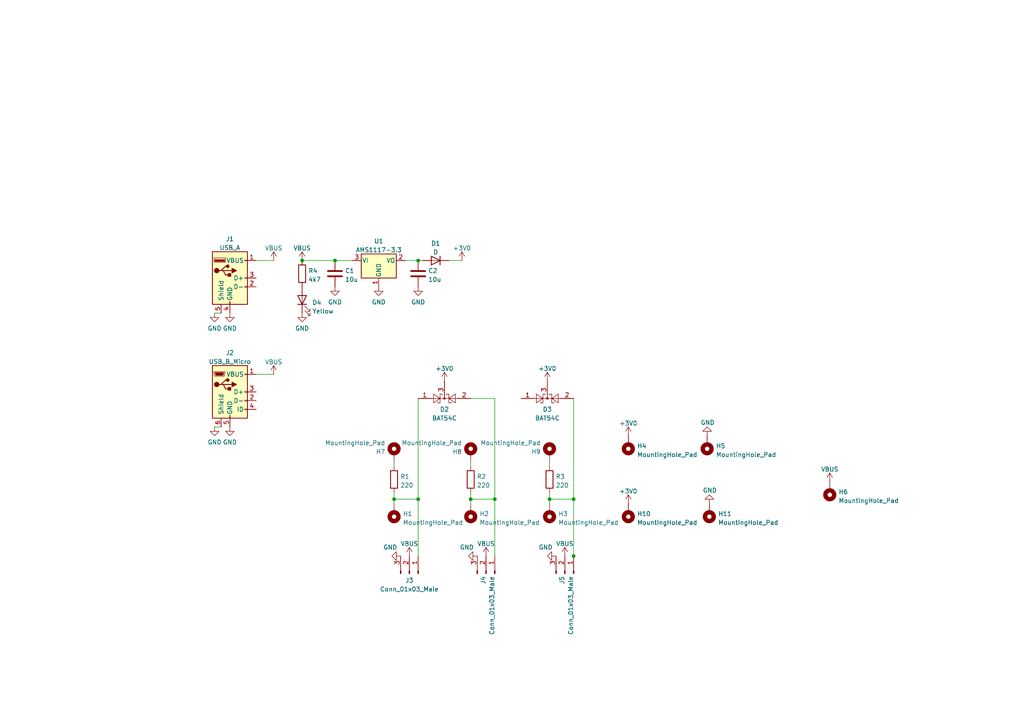
<source format=kicad_sch>
(kicad_sch (version 20211123) (generator eeschema)
  (paper "A4")
  (lib_symbols
    (symbol "Connector:Conn_01x03_Male" (pin_names (offset 1.016) hide)
      (property "Reference" "J" (at 0 5.08 0))
      (property "Value" "Conn_01x03_Male" (at 0 -5.08 0))
      (symbol "Conn_01x03_Male_1_1"
        (polyline (pts (xy 1.27 -2.54) (xy 0.8636 -2.54)) (stroke (width 0.1524)))
        (polyline (pts (xy 1.27 0) (xy 0.8636 0)) (stroke (width 0.1524)))
        (polyline (pts (xy 1.27 2.54) (xy 0.8636 2.54)) (stroke (width 0.1524)))
        (rectangle (start 0.8636 -2.413) (end 0 -2.667) (stroke (width 0.1524)) (fill (type outline)))
        (rectangle (start 0.8636 0.127) (end 0 -0.127) (stroke (width 0.1524)) (fill (type outline)))
        (rectangle (start 0.8636 2.667) (end 0 2.413) (stroke (width 0.1524)) (fill (type outline)))
        (pin passive line (at 5.08 2.54 180) (length 3.81) (name "Pin_1") (number "1"))
        (pin passive line (at 5.08 0 180) (length 3.81) (name "Pin_2") (number "2"))
        (pin passive line (at 5.08 -2.54 180) (length 3.81) (name "Pin_3") (number "3"))
      )
    )
    (symbol "Connector:USB_A" (pin_names (offset 1.016))
      (property "Reference" "J" (at -5.08 11.43 0))
      (property "Value" "USB_A" (at -5.08 8.89 0))
      (symbol "USB_A_0_1"
        (rectangle (start -5.08 -7.62) (end 5.08 7.62) (stroke (width 0.254)) (fill (type background)))
        (circle (center -3.81 2.159) (radius 0.635) (stroke (width 0.254)) (fill (type outline)))
        (rectangle (start -1.524 4.826) (end -4.318 5.334) (fill (type outline)))
        (rectangle (start -1.27 4.572) (end -4.572 5.842))
        (circle (center -0.635 3.429) (radius 0.381) (stroke (width 0.254)) (fill (type outline)))
        (rectangle (start -0.127 -7.62) (end 0.127 -6.858))
        (polyline (pts (xy -3.175 2.159) (xy -2.54 2.159) (xy -1.27 3.429) (xy -0.635 3.429)) (stroke (width 0.254)))
        (polyline (pts (xy -2.54 2.159) (xy -1.905 2.159) (xy -1.27 0.889) (xy 0 0.889)) (stroke (width 0.254)))
        (polyline (pts (xy 0.635 2.794) (xy 0.635 1.524) (xy 1.905 2.159) (xy 0.635 2.794)) (stroke (width 0.254)) (fill (type outline)))
        (rectangle (start 0.254 1.27) (end -0.508 0.508) (stroke (width 0.254)) (fill (type outline)))
        (rectangle (start 5.08 -2.667) (end 4.318 -2.413))
        (rectangle (start 5.08 -0.127) (end 4.318 0.127))
        (rectangle (start 5.08 4.953) (end 4.318 5.207))
      )
      (symbol "USB_A_1_1"
        (polyline (pts (xy -1.905 2.159) (xy 0.635 2.159)) (stroke (width 0.254)))
        (pin power_in line (at 7.62 5.08 180) (length 2.54) (name "VBUS") (number "1"))
        (pin bidirectional line (at 7.62 -2.54 180) (length 2.54) (name "D-") (number "2"))
        (pin bidirectional line (at 7.62 0 180) (length 2.54) (name "D+") (number "3"))
        (pin power_in line (at 0 -10.16 90) (length 2.54) (name "GND") (number "4"))
        (pin passive line (at -2.54 -10.16 90) (length 2.54) (name "Shield") (number "5"))
      )
    )
    (symbol "Connector:USB_B_Micro" (pin_names (offset 1.016))
      (property "Reference" "J" (at -5.08 11.43 0))
      (property "Value" "USB_B_Micro" (at -5.08 8.89 0))
      (symbol "USB_B_Micro_0_1"
        (rectangle (start -5.08 -7.62) (end 5.08 7.62) (stroke (width 0.254)) (fill (type background)))
        (circle (center -3.81 2.159) (radius 0.635) (stroke (width 0.254)) (fill (type outline)))
        (circle (center -0.635 3.429) (radius 0.381) (stroke (width 0.254)) (fill (type outline)))
        (rectangle (start -0.127 -7.62) (end 0.127 -6.858))
        (polyline (pts (xy -1.905 2.159) (xy 0.635 2.159)) (stroke (width 0.254)))
        (polyline (pts (xy -3.175 2.159) (xy -2.54 2.159) (xy -1.27 3.429) (xy -0.635 3.429)) (stroke (width 0.254)))
        (polyline (pts (xy -2.54 2.159) (xy -1.905 2.159) (xy -1.27 0.889) (xy 0 0.889)) (stroke (width 0.254)))
        (polyline (pts (xy 0.635 2.794) (xy 0.635 1.524) (xy 1.905 2.159) (xy 0.635 2.794)) (stroke (width 0.254)) (fill (type outline)))
        (polyline (pts (xy -4.318 5.588) (xy -1.778 5.588) (xy -2.032 4.826) (xy -4.064 4.826) (xy -4.318 5.588)) (fill (type outline)))
        (polyline (pts (xy -4.699 5.842) (xy -4.699 5.588) (xy -4.445 4.826) (xy -4.445 4.572) (xy -1.651 4.572) (xy -1.651 4.826) (xy -1.397 5.588) (xy -1.397 5.842) (xy -4.699 5.842)))
        (rectangle (start 0.254 1.27) (end -0.508 0.508) (stroke (width 0.254)) (fill (type outline)))
        (rectangle (start 5.08 -5.207) (end 4.318 -4.953))
        (rectangle (start 5.08 -2.667) (end 4.318 -2.413))
        (rectangle (start 5.08 -0.127) (end 4.318 0.127))
        (rectangle (start 5.08 4.953) (end 4.318 5.207))
      )
      (symbol "USB_B_Micro_1_1"
        (pin power_out line (at 7.62 5.08 180) (length 2.54) (name "VBUS") (number "1"))
        (pin bidirectional line (at 7.62 -2.54 180) (length 2.54) (name "D-") (number "2"))
        (pin bidirectional line (at 7.62 0 180) (length 2.54) (name "D+") (number "3"))
        (pin passive line (at 7.62 -5.08 180) (length 2.54) (name "ID") (number "4"))
        (pin power_out line (at 0 -10.16 90) (length 2.54) (name "GND") (number "5"))
        (pin passive line (at -2.54 -10.16 90) (length 2.54) (name "Shield") (number "6"))
      )
    )
    (symbol "Device:C" (pin_numbers hide) (pin_names (offset 0.254))
      (property "Reference" "C" (at 0.635 2.54 0))
      (property "Value" "C" (at 0.635 -2.54 0))
      (symbol "C_0_1"
        (polyline (pts (xy -2.032 -0.762) (xy 2.032 -0.762)) (stroke (width 0.508)))
        (polyline (pts (xy -2.032 0.762) (xy 2.032 0.762)) (stroke (width 0.508)))
      )
      (symbol "C_1_1"
        (pin passive line (at 0 3.81 270) (length 2.794) (name "~") (number "1"))
        (pin passive line (at 0 -3.81 90) (length 2.794) (name "~") (number "2"))
      )
    )
    (symbol "Device:D" (pin_numbers hide) (pin_names (offset 1.016) hide)
      (property "Reference" "D" (at 0 2.54 0))
      (property "Value" "D" (at 0 -2.54 0))
      (symbol "D_0_1"
        (polyline (pts (xy -1.27 1.27) (xy -1.27 -1.27)) (stroke (width 0.254)))
        (polyline (pts (xy 1.27 0) (xy -1.27 0)))
        (polyline (pts (xy 1.27 1.27) (xy 1.27 -1.27) (xy -1.27 0) (xy 1.27 1.27)) (stroke (width 0.254)))
      )
      (symbol "D_1_1"
        (pin passive line (at -3.81 0 0) (length 2.54) (name "K") (number "1"))
        (pin passive line (at 3.81 0 180) (length 2.54) (name "A") (number "2"))
      )
    )
    (symbol "Device:LED" (pin_numbers hide) (pin_names (offset 1.016) hide)
      (property "Reference" "D" (at 0 2.54 0))
      (property "Value" "LED" (at 0 -2.54 0))
      (symbol "LED_0_1"
        (polyline (pts (xy -1.27 -1.27) (xy -1.27 1.27)) (stroke (width 0.254)))
        (polyline (pts (xy -1.27 0) (xy 1.27 0)))
        (polyline (pts (xy 1.27 -1.27) (xy 1.27 1.27) (xy -1.27 0) (xy 1.27 -1.27)) (stroke (width 0.254)))
        (polyline (pts (xy -3.048 -0.762) (xy -4.572 -2.286) (xy -3.81 -2.286) (xy -4.572 -2.286) (xy -4.572 -1.524)))
        (polyline (pts (xy -1.778 -0.762) (xy -3.302 -2.286) (xy -2.54 -2.286) (xy -3.302 -2.286) (xy -3.302 -1.524)))
      )
      (symbol "LED_1_1"
        (pin passive line (at -3.81 0 0) (length 2.54) (name "K") (number "1"))
        (pin passive line (at 3.81 0 180) (length 2.54) (name "A") (number "2"))
      )
    )
    (symbol "Device:R" (pin_numbers hide) (pin_names (offset 0))
      (property "Reference" "R" (at 2.032 0 90))
      (property "Value" "R" (at 0 0 90))
      (symbol "R_0_1"
        (rectangle (start -1.016 -2.54) (end 1.016 2.54) (stroke (width 0.254)))
      )
      (symbol "R_1_1"
        (pin passive line (at 0 3.81 270) (length 1.27) (name "~") (number "1"))
        (pin passive line (at 0 -3.81 90) (length 1.27) (name "~") (number "2"))
      )
    )
    (symbol "Diode:BAT54C" (pin_names (offset 1.016))
      (property "Reference" "D" (at 0.635 -3.81 0))
      (property "Value" "BAT54C" (at -6.35 3.175 0))
      (symbol "BAT54C_0_1"
        (polyline (pts (xy -1.905 0) (xy 1.905 0)))
        (polyline (pts (xy -1.905 1.27) (xy -1.905 1.016)))
        (polyline (pts (xy -1.27 -1.27) (xy -0.635 -1.27)))
        (polyline (pts (xy -1.27 0) (xy -3.81 0)))
        (polyline (pts (xy -1.27 1.27) (xy -1.905 1.27)))
        (polyline (pts (xy -1.27 1.27) (xy -1.27 -1.27)))
        (polyline (pts (xy -0.635 -1.27) (xy -0.635 -1.016)))
        (polyline (pts (xy 0.635 -1.27) (xy 0.635 -1.016)))
        (polyline (pts (xy 1.27 -1.27) (xy 0.635 -1.27)))
        (polyline (pts (xy 1.27 1.27) (xy 1.27 -1.27)))
        (polyline (pts (xy 1.27 1.27) (xy 1.905 1.27)))
        (polyline (pts (xy 1.905 1.27) (xy 1.905 1.016)))
        (polyline (pts (xy 3.81 0) (xy 1.27 0)))
        (polyline (pts (xy -3.175 -1.27) (xy -3.175 1.27) (xy -1.27 0) (xy -3.175 -1.27)))
        (polyline (pts (xy 3.175 -1.27) (xy 3.175 1.27) (xy 1.27 0) (xy 3.175 -1.27)))
        (circle (center 0 0) (radius 0.254) (fill (type outline)))
      )
      (symbol "BAT54C_1_1"
        (pin passive line (at -7.62 0 0) (length 3.81) (name "~") (number "1"))
        (pin passive line (at 7.62 0 180) (length 3.81) (name "~") (number "2"))
        (pin passive line (at 0 -5.08 90) (length 5.08) (name "~") (number "3"))
      )
    )
    (symbol "Mechanical:MountingHole_Pad" (pin_numbers hide) (pin_names (offset 1.016) hide)
      (property "Reference" "H" (at 0 6.35 0))
      (property "Value" "MountingHole_Pad" (at 0 4.445 0))
      (symbol "MountingHole_Pad_0_1"
        (circle (center 0 1.27) (radius 1.27) (stroke (width 1.27)))
      )
      (symbol "MountingHole_Pad_1_1"
        (pin input line (at 0 -2.54 90) (length 2.54) (name "1") (number "1"))
      )
    )
    (symbol "Regulator_Linear:AMS1117-3.3" (pin_names (offset 0.254))
      (property "Reference" "U" (at -3.81 3.175 0))
      (property "Value" "AMS1117-3.3" (at 0 3.175 0))
      (symbol "AMS1117-3.3_0_1"
        (rectangle (start -5.08 -5.08) (end 5.08 1.905) (stroke (width 0.254)) (fill (type background)))
      )
      (symbol "AMS1117-3.3_1_1"
        (pin power_in line (at 0 -7.62 90) (length 2.54) (name "GND") (number "1"))
        (pin power_out line (at 7.62 0 180) (length 2.54) (name "VO") (number "2"))
        (pin power_in line (at -7.62 0 0) (length 2.54) (name "VI") (number "3"))
      )
    )
    (symbol "power:+3V0" (power) (pin_names (offset 0))
      (property "Value" "+3V0" (at 0 3.556 0))
      (symbol "+3V0_0_1"
        (polyline (pts (xy -0.762 1.27) (xy 0 2.54)))
        (polyline (pts (xy 0 0) (xy 0 2.54)))
        (polyline (pts (xy 0 2.54) (xy 0.762 1.27)))
      )
      (symbol "+3V0_1_1"
        (pin power_in line (at 0 0 90) (length 0) hide (name "+3V0") (number "1"))
      )
    )
    (symbol "power:GND" (power) (pin_names (offset 0))
      (property "Value" "GND" (at 0 -3.81 0))
      (symbol "GND_0_1"
        (polyline (pts (xy 0 0) (xy 0 -1.27) (xy 1.27 -1.27) (xy 0 -2.54) (xy -1.27 -1.27) (xy 0 -1.27)))
      )
      (symbol "GND_1_1"
        (pin power_in line (at 0 0 270) (length 0) hide (name "GND") (number "1"))
      )
    )
    (symbol "power:VBUS" (power) (pin_names (offset 0))
      (property "Value" "VBUS" (at 0 3.81 0))
      (symbol "VBUS_0_1"
        (polyline (pts (xy -0.762 1.27) (xy 0 2.54)))
        (polyline (pts (xy 0 0) (xy 0 2.54)))
        (polyline (pts (xy 0 2.54) (xy 0.762 1.27)))
      )
      (symbol "VBUS_1_1"
        (pin power_in line (at 0 0 90) (length 0) hide (name "VBUS") (number "1"))
      )
    )
  )
  (junction (at 121.285 75.565))
  (junction (at 143.51 144.78))
  (junction (at 87.63 75.565))
  (junction (at 114.3 144.78))
  (junction (at 97.155 75.565))
  (junction (at 166.37 144.78))
  (junction (at 166.37 161.29))
  (junction (at 136.525 144.78))
  (junction (at 159.385 144.78))
  (junction (at 121.285 144.78))
  (wire (pts (xy 114.3 142.875) (xy 114.3 144.78)))
  (wire (pts (xy 166.37 144.78) (xy 166.37 161.29)))
  (wire (pts (xy 159.385 142.875) (xy 159.385 144.78)))
  (wire (pts (xy 143.51 144.78) (xy 136.525 144.78)))
  (wire (pts (xy 114.3 133.985) (xy 114.3 135.255)))
  (wire (pts (xy 159.385 144.78) (xy 166.37 144.78)))
  (wire (pts (xy 114.3 144.78) (xy 114.3 146.05)))
  (wire (pts (xy 159.385 144.78) (xy 159.385 146.05)))
  (wire (pts (xy 136.525 115.57) (xy 143.51 115.57)))
  (wire (pts (xy 130.175 75.565) (xy 133.985 75.565)))
  (wire (pts (xy 143.51 115.57) (xy 143.51 144.78)))
  (wire (pts (xy 136.525 144.78) (xy 136.525 146.05)))
  (wire (pts (xy 62.23 123.825) (xy 64.135 123.825)))
  (wire (pts (xy 121.285 115.57) (xy 121.285 144.78)))
  (wire (pts (xy 166.37 115.57) (xy 166.37 144.78)))
  (wire (pts (xy 136.525 133.985) (xy 136.525 135.255)))
  (wire (pts (xy 121.285 144.78) (xy 121.285 161.29)))
  (wire (pts (xy 159.385 133.985) (xy 159.385 135.255)))
  (wire (pts (xy 117.475 75.565) (xy 121.285 75.565)))
  (wire (pts (xy 79.375 75.565) (xy 74.295 75.565)))
  (wire (pts (xy 97.155 75.565) (xy 102.235 75.565)))
  (wire (pts (xy 62.23 90.805) (xy 64.135 90.805)))
  (wire (pts (xy 121.285 144.78) (xy 114.3 144.78)))
  (wire (pts (xy 166.37 161.29) (xy 166.37 161.925)))
  (wire (pts (xy 136.525 142.875) (xy 136.525 144.78)))
  (wire (pts (xy 79.375 108.585) (xy 74.295 108.585)))
  (wire (pts (xy 87.63 75.565) (xy 97.155 75.565)))
  (wire (pts (xy 143.51 144.78) (xy 143.51 161.29)))
  (wire (pts (xy 121.285 75.565) (xy 122.555 75.565)))
  (symbol (lib_id "power:+3V0") (at 182.245 146.05 0) (unit 1)
    (property "Reference" "#PWR0115" (effects hide))
    (property "Value" "+3V0" (at 182.245 142.4742 0))
  )
  (symbol (lib_id "power:+3V0") (at 182.245 126.365 0) (unit 1)
    (property "Reference" "#PWR0107" (effects hide))
    (property "Value" "+3V0" (at 182.245 122.7892 0))
  )
  (symbol (lib_id "Diode:BAT54C") (at 128.905 115.57 0) (mirror x) (unit 1)
    (property "Reference" "D2" (at 128.905 118.7434 0))
    (property "Value" "BAT54C" (at 128.905 121.2803 0))
    (property "Footprint" "Package_TO_SOT_SMD:SOT-23" (effects hide))
    (property "Datasheet" "http://www.diodes.com/_files/datasheets/ds11005.pdf" (effects hide))
    (property "LCSC" "C37704" (effects hide))
  )
  (symbol (lib_id "power:GND") (at 161.29 161.29 270) (unit 1)
    (property "Reference" "#PWR0120" (effects hide))
    (property "Value" "GND" (at 156.21 158.75 90) (effects (justify left)))
  )
  (symbol (lib_id "power:VBUS") (at 163.83 161.29 0) (unit 1)
    (property "Reference" "#PWR0119" (effects hide))
    (property "Value" "VBUS" (at 163.83 157.7142 0))
  )
  (symbol (lib_id "Device:C") (at 121.285 79.375 0) (unit 1)
    (property "Reference" "C2" (at 124.206 78.5403 0) (effects (justify left)))
    (property "Value" "10u" (at 124.206 81.0772 0) (effects (justify left)))
    (property "Footprint" "Capacitor_Tantalum_SMD:CP_EIA-3216-18_Kemet-A" (effects hide))
    (property "LCSC" "C7171" (effects hide))
  )
  (symbol (lib_id "power:GND") (at 66.675 90.805 0) (unit 1)
    (property "Reference" "#PWR0102" (effects hide))
    (property "Value" "GND" (at 66.675 95.2484 0))
  )
  (symbol (lib_id "power:GND") (at 205.74 146.05 180) (unit 1)
    (property "Reference" "#PWR0116" (effects hide))
    (property "Value" "GND" (at 203.835 142.24 0) (effects (justify right)))
  )
  (symbol (lib_id "Mechanical:MountingHole_Pad") (at 205.74 148.59 180) (unit 1)
    (property "Reference" "H11" (at 208.28 149.0253 0) (effects (justify right)))
    (property "Value" "MountingHole_Pad" (at 208.28 151.5622 0) (effects (justify right)))
    (property "Footprint" "MountingHole:MountingHole_3.7mm_Pad" (effects hide))
  )
  (symbol (lib_id "power:GND") (at 138.43 161.29 270) (unit 1)
    (property "Reference" "#PWR0123" (effects hide))
    (property "Value" "GND" (at 133.35 158.75 90) (effects (justify left)))
  )
  (symbol (lib_id "Device:C") (at 97.155 79.375 0) (unit 1)
    (property "Reference" "C1" (at 100.076 78.5403 0) (effects (justify left)))
    (property "Value" "10u" (at 100.076 81.0772 0) (effects (justify left)))
    (property "Footprint" "Capacitor_Tantalum_SMD:CP_EIA-3216-18_Kemet-A" (effects hide))
    (property "LCSC" "C7171" (effects hide))
  )
  (symbol (lib_id "power:VBUS") (at 140.97 161.29 0) (unit 1)
    (property "Reference" "#PWR0118" (effects hide))
    (property "Value" "VBUS" (at 140.97 157.7142 0))
  )
  (symbol (lib_id "power:GND") (at 62.23 90.805 0) (unit 1)
    (property "Reference" "#PWR0103" (effects hide))
    (property "Value" "GND" (at 62.23 95.2484 0))
  )
  (symbol (lib_id "Mechanical:MountingHole_Pad") (at 182.245 148.59 180) (unit 1)
    (property "Reference" "H10" (at 184.785 149.0253 0) (effects (justify right)))
    (property "Value" "MountingHole_Pad" (at 184.785 151.5622 0) (effects (justify right)))
    (property "Footprint" "MountingHole:MountingHole_3.7mm_Pad" (effects hide))
  )
  (symbol (lib_id "power:VBUS") (at 79.375 108.585 0) (unit 1)
    (property "Reference" "#PWR0105" (effects hide))
    (property "Value" "VBUS" (at 79.375 105.0092 0))
  )
  (symbol (lib_id "power:GND") (at 116.205 161.29 270) (unit 1)
    (property "Reference" "#PWR0122" (effects hide))
    (property "Value" "GND" (at 111.125 158.75 90) (effects (justify left)))
  )
  (symbol (lib_id "Device:D") (at 126.365 75.565 180) (unit 1)
    (property "Reference" "D1" (at 126.365 70.5952 0))
    (property "Value" "D" (at 126.365 73.1321 0))
    (property "Footprint" "Diode_SMD:D_SMA" (effects hide))
    (property "LCSC" "C35722" (effects hide))
  )
  (symbol (lib_id "power:GND") (at 205.105 126.365 180) (unit 1)
    (property "Reference" "#PWR0112" (effects hide))
    (property "Value" "GND" (at 203.2 122.555 0) (effects (justify right)))
  )
  (symbol (lib_id "power:VBUS") (at 240.665 139.7 0) (unit 1)
    (property "Reference" "#PWR0106" (effects hide))
    (property "Value" "VBUS" (at 240.665 136.1242 0))
  )
  (symbol (lib_id "power:VBUS") (at 118.745 161.29 0) (unit 1)
    (property "Reference" "#PWR0121" (effects hide))
    (property "Value" "VBUS" (at 118.745 157.7142 0))
  )
  (symbol (lib_id "Connector:Conn_01x03_Male") (at 163.83 166.37 270) (mirror x) (unit 1)
    (property "Reference" "J5" (at 162.9953 167.0812 0) (effects (justify right)))
    (property "Value" "Conn_01x03_Male" (at 165.5322 167.0812 0) (effects (justify right)))
    (property "Footprint" "Connector_PinHeader_2.54mm:PinHeader_1x03_P2.54mm_Vertical" (effects hide))
  )
  (symbol (lib_id "Device:LED") (at 87.63 86.995 90) (unit 1)
    (property "Reference" "D4" (at 90.551 87.7478 90) (effects (justify right)))
    (property "Value" "Yellow" (at 90.551 90.2847 90) (effects (justify right)))
    (property "Footprint" "LED_SMD:LED_0603_1608Metric" (effects hide))
    (property "LCSC" "C72038" (effects hide))
  )
  (symbol (lib_id "Device:R") (at 114.3 139.065 0) (unit 1)
    (property "Reference" "R1" (at 116.078 138.2303 0) (effects (justify left)))
    (property "Value" "220" (at 116.078 140.7672 0) (effects (justify left)))
    (property "Footprint" "Resistor_SMD:R_0603_1608Metric" (effects hide))
    (property "LCSC" "C22962" (effects hide))
  )
  (symbol (lib_id "Device:R") (at 136.525 139.065 0) (unit 1)
    (property "Reference" "R2" (at 138.303 138.2303 0) (effects (justify left)))
    (property "Value" "220" (at 138.303 140.7672 0) (effects (justify left)))
    (property "Footprint" "Resistor_SMD:R_0603_1608Metric" (effects hide))
    (property "LCSC" "C22962" (effects hide))
  )
  (symbol (lib_id "Regulator_Linear:AMS1117-3.3") (at 109.855 75.565 0) (unit 1)
    (property "Reference" "U1" (at 109.855 69.9602 0))
    (property "Value" "AMS1117-3.3" (at 109.855 72.4971 0))
    (property "Footprint" "Package_TO_SOT_SMD:SOT-223-3_TabPin2" (effects hide))
    (property "Datasheet" "http://www.advanced-monolithic.com/pdf/ds1117.pdf" (effects hide))
    (property "LCSC" "C6186" (effects hide))
  )
  (symbol (lib_id "Diode:BAT54C") (at 158.75 115.57 0) (mirror x) (unit 1)
    (property "Reference" "D3" (at 158.75 118.7434 0))
    (property "Value" "BAT54C" (at 158.75 121.2803 0))
    (property "Footprint" "Package_TO_SOT_SMD:SOT-23" (effects hide))
    (property "Datasheet" "http://www.diodes.com/_files/datasheets/ds11005.pdf" (effects hide))
    (property "LCSC" "C37704" (effects hide))
  )
  (symbol (lib_id "Mechanical:MountingHole_Pad") (at 159.385 148.59 180) (unit 1)
    (property "Reference" "H3" (at 161.925 149.0253 0) (effects (justify right)))
    (property "Value" "MountingHole_Pad" (at 161.925 151.5622 0) (effects (justify right)))
    (property "Footprint" "MountingHole:MountingHole_3.7mm_Pad" (effects hide))
  )
  (symbol (lib_id "power:GND") (at 87.63 90.805 0) (unit 1)
    (property "Reference" "#PWR0117" (effects hide))
    (property "Value" "GND" (at 87.63 95.2484 0))
  )
  (symbol (lib_id "Mechanical:MountingHole_Pad") (at 136.525 131.445 0) (unit 1)
    (property "Reference" "H8" (at 133.985 131.0097 0) (effects (justify right)))
    (property "Value" "MountingHole_Pad" (at 133.985 128.4728 0) (effects (justify right)))
    (property "Footprint" "MountingHole:MountingHole_3.7mm_Pad" (effects hide))
  )
  (symbol (lib_id "Device:R") (at 159.385 139.065 0) (unit 1)
    (property "Reference" "R3" (at 161.163 138.2303 0) (effects (justify left)))
    (property "Value" "220" (at 161.163 140.7672 0) (effects (justify left)))
    (property "Footprint" "Resistor_SMD:R_0603_1608Metric" (effects hide))
    (property "LCSC" "C22962" (effects hide))
  )
  (symbol (lib_id "Connector:Conn_01x03_Male") (at 140.97 166.37 270) (mirror x) (unit 1)
    (property "Reference" "J4" (at 140.1353 167.0812 0) (effects (justify right)))
    (property "Value" "Conn_01x03_Male" (at 142.6722 167.0812 0) (effects (justify right)))
    (property "Footprint" "Connector_PinHeader_2.54mm:PinHeader_1x03_P2.54mm_Vertical" (effects hide))
  )
  (symbol (lib_id "Mechanical:MountingHole_Pad") (at 136.525 148.59 180) (unit 1)
    (property "Reference" "H2" (at 139.065 149.0253 0) (effects (justify right)))
    (property "Value" "MountingHole_Pad" (at 139.065 151.5622 0) (effects (justify right)))
    (property "Footprint" "MountingHole:MountingHole_3.7mm_Pad" (effects hide))
  )
  (symbol (lib_id "power:+3V0") (at 128.905 110.49 0) (unit 1)
    (property "Reference" "#PWR0113" (effects hide))
    (property "Value" "+3V0" (at 128.905 106.9142 0))
  )
  (symbol (lib_id "Connector:USB_B_Micro") (at 66.675 113.665 0) (unit 1)
    (property "Reference" "J2" (at 66.675 102.3452 0))
    (property "Value" "USB_B_Micro" (at 66.675 104.8821 0))
    (property "Footprint" "Connector_USB:USB_Micro-B_Molex-105017-0001" (effects hide))
  )
  (symbol (lib_id "power:GND") (at 62.23 123.825 0) (unit 1)
    (property "Reference" "#PWR0101" (effects hide))
    (property "Value" "GND" (at 62.23 128.2684 0))
  )
  (symbol (lib_id "Mechanical:MountingHole_Pad") (at 182.245 128.905 180) (unit 1)
    (property "Reference" "H4" (at 184.785 129.3403 0) (effects (justify right)))
    (property "Value" "MountingHole_Pad" (at 184.785 131.8772 0) (effects (justify right)))
    (property "Footprint" "MountingHole:MountingHole_3.7mm_Pad" (effects hide))
  )
  (symbol (lib_id "Mechanical:MountingHole_Pad") (at 114.3 148.59 180) (unit 1)
    (property "Reference" "H1" (at 116.84 149.0253 0) (effects (justify right)))
    (property "Value" "MountingHole_Pad" (at 116.84 151.5622 0) (effects (justify right)))
    (property "Footprint" "MountingHole:MountingHole_3.7mm_Pad" (effects hide))
  )
  (symbol (lib_id "Mechanical:MountingHole_Pad") (at 205.105 128.905 180) (unit 1)
    (property "Reference" "H5" (at 207.645 129.3403 0) (effects (justify right)))
    (property "Value" "MountingHole_Pad" (at 207.645 131.8772 0) (effects (justify right)))
    (property "Footprint" "MountingHole:MountingHole_3.7mm_Pad" (effects hide))
  )
  (symbol (lib_id "power:+3V0") (at 133.985 75.565 0) (unit 1)
    (property "Reference" "#PWR0111" (effects hide))
    (property "Value" "+3V0" (at 133.985 71.9892 0))
  )
  (symbol (lib_id "power:GND") (at 97.155 83.185 0) (unit 1)
    (property "Reference" "#PWR0125" (effects hide))
    (property "Value" "GND" (at 97.155 87.6284 0))
  )
  (symbol (lib_id "power:VBUS") (at 87.63 75.565 0) (unit 1)
    (property "Reference" "#PWR0109" (effects hide))
    (property "Value" "VBUS" (at 87.63 71.9892 0))
  )
  (symbol (lib_id "Mechanical:MountingHole_Pad") (at 159.385 131.445 0) (unit 1)
    (property "Reference" "H9" (at 156.845 131.0097 0) (effects (justify right)))
    (property "Value" "MountingHole_Pad" (at 156.845 128.4728 0) (effects (justify right)))
    (property "Footprint" "MountingHole:MountingHole_3.7mm_Pad" (effects hide))
  )
  (symbol (lib_id "power:VBUS") (at 79.375 75.565 0) (unit 1)
    (property "Reference" "#PWR0108" (effects hide))
    (property "Value" "VBUS" (at 79.375 71.9892 0))
  )
  (symbol (lib_id "power:GND") (at 66.675 123.825 0) (unit 1)
    (property "Reference" "#PWR0104" (effects hide))
    (property "Value" "GND" (at 66.675 128.2684 0))
  )
  (symbol (lib_id "power:+3V0") (at 158.75 110.49 0) (unit 1)
    (property "Reference" "#PWR0114" (effects hide))
    (property "Value" "+3V0" (at 158.75 106.9142 0))
  )
  (symbol (lib_id "Mechanical:MountingHole_Pad") (at 114.3 131.445 0) (unit 1)
    (property "Reference" "H7" (at 111.76 131.0097 0) (effects (justify right)))
    (property "Value" "MountingHole_Pad" (at 111.76 128.4728 0) (effects (justify right)))
    (property "Footprint" "MountingHole:MountingHole_3.7mm_Pad" (effects hide))
  )
  (symbol (lib_id "Connector:Conn_01x03_Male") (at 118.745 166.37 270) (mirror x) (unit 1)
    (property "Reference" "J3" (at 118.745 168.3496 90))
    (property "Value" "Conn_01x03_Male" (at 118.745 170.8865 90))
    (property "Footprint" "Connector_PinHeader_2.54mm:PinHeader_1x03_P2.54mm_Vertical" (effects hide))
  )
  (symbol (lib_id "power:GND") (at 121.285 83.185 0) (unit 1)
    (property "Reference" "#PWR0124" (effects hide))
    (property "Value" "GND" (at 121.285 87.6284 0))
  )
  (symbol (lib_id "Device:R") (at 87.63 79.375 0) (unit 1)
    (property "Reference" "R4" (at 89.408 78.5403 0) (effects (justify left)))
    (property "Value" "4k7" (at 89.408 81.0772 0) (effects (justify left)))
    (property "Footprint" "Resistor_SMD:R_0603_1608Metric" (effects hide))
    (property "LCSC" "C23162" (effects hide))
  )
  (symbol (lib_id "power:GND") (at 109.855 83.185 0) (unit 1)
    (property "Reference" "#PWR0110" (effects hide))
    (property "Value" "GND" (at 109.855 87.6284 0))
  )
  (symbol (lib_id "Connector:USB_A") (at 66.675 80.645 0) (unit 1)
    (property "Reference" "J1" (at 66.675 69.3252 0))
    (property "Value" "USB_A" (at 66.675 71.8621 0))
    (property "Footprint" "RoboCamp:usb-PCB" (effects hide))
    (property "Datasheet" " ~" (effects hide))
  )
  (symbol (lib_id "Mechanical:MountingHole_Pad") (at 240.665 142.24 180) (unit 1)
    (property "Reference" "H6" (at 243.205 142.6753 0) (effects (justify right)))
    (property "Value" "MountingHole_Pad" (at 243.205 145.2122 0) (effects (justify right)))
    (property "Footprint" "MountingHole:MountingHole_3.7mm_Pad" (effects hide))
  )
)
</source>
